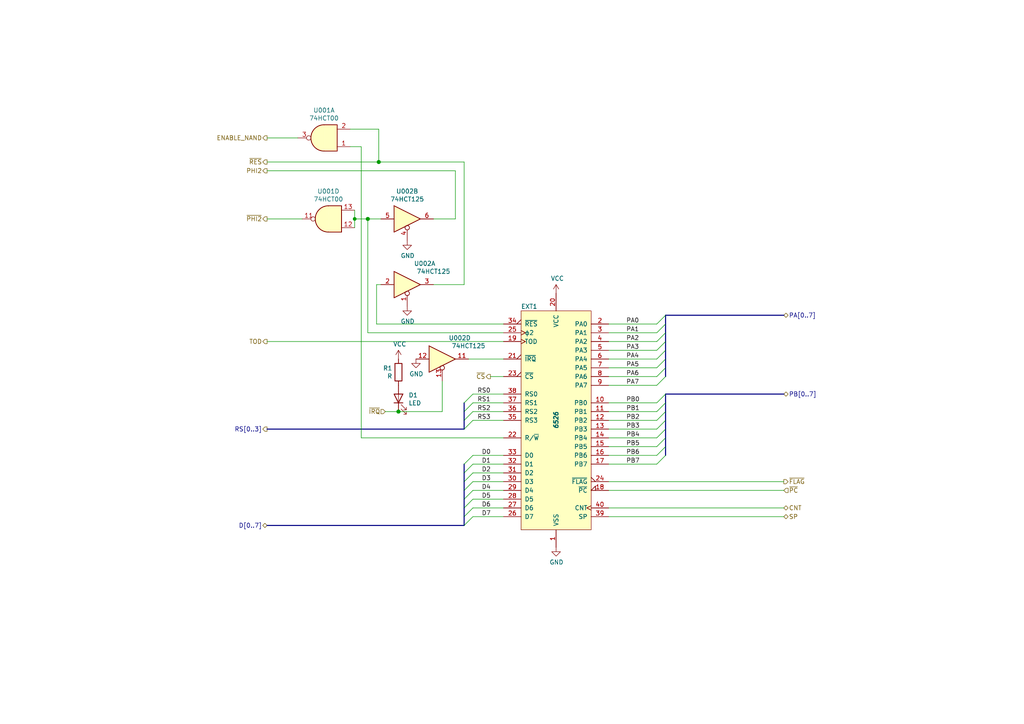
<source format=kicad_sch>
(kicad_sch (version 20211123) (generator eeschema)
  (paper "A4")
  (title_block (title "74HCT6526 Board 0") (date "2021-01-03") (rev "0.3") (company "Daniel Molina") (comment 1 "https://github.com/dmolinagarcia/74HCT6526"))
  (lib_symbols
    (symbol "65xx:6526" (pin_names (offset 1.016))
      (property "Reference" "U" (at -10.16 33.02 0))
      (property "Value" "6526" (at 0 0 90))
      (symbol "6526_0_1"
        (rectangle (start -10.16 31.75) (end 10.16 -31.75) (fill (type background)))
      )
      (symbol "6526_1_1"
        (pin power_out line (at 0 -36.83 90) (length 5.08) (name "VSS") (number "1"))
        (pin bidirectional line (at 15.24 5.08 180) (length 5.08) (name "PB0") (number "10"))
        (pin bidirectional line (at 15.24 2.54 180) (length 5.08) (name "PB1") (number "11"))
        (pin bidirectional line (at 15.24 0 180) (length 5.08) (name "PB2") (number "12"))
        (pin bidirectional line (at 15.24 -2.54 180) (length 5.08) (name "PB3") (number "13"))
        (pin bidirectional line (at 15.24 -5.08 180) (length 5.08) (name "PB4") (number "14"))
        (pin bidirectional line (at 15.24 -7.62 180) (length 5.08) (name "PB5") (number "15"))
        (pin bidirectional line (at 15.24 -10.16 180) (length 5.08) (name "PB6") (number "16"))
        (pin bidirectional line (at 15.24 -12.7 180) (length 5.08) (name "PB7") (number "17"))
        (pin input input_low (at 15.24 -20.32 180) (length 5.08) (name "~{PC}") (number "18"))
        (pin output clock (at -15.24 22.86 0) (length 5.08) (name "TOD") (number "19"))
        (pin bidirectional line (at 15.24 27.94 180) (length 5.08) (name "PA0") (number "2"))
        (pin power_out line (at 0 36.83 270) (length 5.08) (name "VCC") (number "20"))
        (pin open_collector output_low (at -15.24 17.78 0) (length 5.08) (name "~{IRQ}") (number "21"))
        (pin output line (at -15.24 -5.08 0) (length 5.08) (name "R/~{W}") (number "22"))
        (pin output output_low (at -15.24 12.7 0) (length 5.08) (name "~{CS}") (number "23"))
        (pin output output_low (at 15.24 -17.78 180) (length 5.08) (name "~{FLAG}") (number "24"))
        (pin output clock (at -15.24 25.4 0) (length 5.08) (name "ϕ2") (number "25"))
        (pin bidirectional line (at -15.24 -27.94 0) (length 5.08) (name "D7") (number "26"))
        (pin bidirectional line (at -15.24 -25.4 0) (length 5.08) (name "D6") (number "27"))
        (pin bidirectional line (at -15.24 -22.86 0) (length 5.08) (name "D5") (number "28"))
        (pin bidirectional line (at -15.24 -20.32 0) (length 5.08) (name "D4") (number "29"))
        (pin bidirectional line (at 15.24 25.4 180) (length 5.08) (name "PA1") (number "3"))
        (pin bidirectional line (at -15.24 -17.78 0) (length 5.08) (name "D3") (number "30"))
        (pin bidirectional line (at -15.24 -15.24 0) (length 5.08) (name "D2") (number "31"))
        (pin bidirectional line (at -15.24 -12.7 0) (length 5.08) (name "D1") (number "32"))
        (pin bidirectional line (at -15.24 -10.16 0) (length 5.08) (name "D0") (number "33"))
        (pin output output_low (at -15.24 27.94 0) (length 5.08) (name "~{RES}") (number "34"))
        (pin output line (at -15.24 0 0) (length 5.08) (name "RS3") (number "35"))
        (pin output line (at -15.24 2.54 0) (length 5.08) (name "RS2") (number "36"))
        (pin output line (at -15.24 5.08 0) (length 5.08) (name "RS1") (number "37"))
        (pin output line (at -15.24 7.62 0) (length 5.08) (name "RS0") (number "38"))
        (pin bidirectional line (at 15.24 -27.94 180) (length 5.08) (name "SP") (number "39"))
        (pin bidirectional line (at 15.24 22.86 180) (length 5.08) (name "PA2") (number "4"))
        (pin bidirectional clock (at 15.24 -25.4 180) (length 5.08) (name "CNT") (number "40"))
        (pin bidirectional line (at 15.24 20.32 180) (length 5.08) (name "PA3") (number "5"))
        (pin bidirectional line (at 15.24 17.78 180) (length 5.08) (name "PA4") (number "6"))
        (pin bidirectional line (at 15.24 15.24 180) (length 5.08) (name "PA5") (number "7"))
        (pin bidirectional line (at 15.24 12.7 180) (length 5.08) (name "PA6") (number "8"))
        (pin bidirectional line (at 15.24 10.16 180) (length 5.08) (name "PA7") (number "9"))
      )
    )
    (symbol "74xx:74HCT00" (pin_names (offset 1.016))
      (property "Reference" "U" (at 0 1.27 0))
      (property "Value" "74HCT00" (at 0 -1.27 0))
      (symbol "74HCT00_1_1"
        (arc (start 0 -3.81) (mid 3.81 0) (end 0 3.81) (stroke (width 0.254)) (fill (type background)))
        (polyline (pts (xy 0 3.81) (xy -3.81 3.81) (xy -3.81 -3.81) (xy 0 -3.81)) (stroke (width 0.254)) (fill (type background)))
        (pin input line (at -7.62 2.54 0) (length 3.81) (name "~") (number "1"))
        (pin input line (at -7.62 -2.54 0) (length 3.81) (name "~") (number "2"))
        (pin output inverted (at 7.62 0 180) (length 3.81) (name "~") (number "3"))
      )
      (symbol "74HCT00_1_2"
        (arc (start -3.81 -3.81) (mid -2.589 0) (end -3.81 3.81) (stroke (width 0.254)))
        (arc (start -0.6096 -3.81) (mid 2.1855 -2.584) (end 3.81 0) (stroke (width 0.254)) (fill (type background)))
        (polyline (pts (xy -3.81 -3.81) (xy -0.635 -3.81)) (stroke (width 0.254)) (fill (type background)))
        (polyline (pts (xy -3.81 3.81) (xy -0.635 3.81)) (stroke (width 0.254)) (fill (type background)))
        (polyline (pts (xy -0.635 3.81) (xy -3.81 3.81) (xy -3.81 3.81) (xy -3.556 3.4036) (xy -3.0226 2.2606) (xy -2.6924 1.0414) (xy -2.6162 -0.254) (xy -2.7686 -1.4986) (xy -3.175 -2.7178) (xy -3.81 -3.81) (xy -3.81 -3.81) (xy -0.635 -3.81)) (stroke (width -25.4)) (fill (type background)))
        (arc (start 3.81 0) (mid 2.1928 2.5925) (end -0.6096 3.81) (stroke (width 0.254)) (fill (type background)))
        (pin input inverted (at -7.62 2.54 0) (length 4.318) (name "~") (number "1"))
        (pin input inverted (at -7.62 -2.54 0) (length 4.318) (name "~") (number "2"))
        (pin output line (at 7.62 0 180) (length 3.81) (name "~") (number "3"))
      )
      (symbol "74HCT00_2_1"
        (arc (start 0 -3.81) (mid 3.81 0) (end 0 3.81) (stroke (width 0.254)) (fill (type background)))
        (polyline (pts (xy 0 3.81) (xy -3.81 3.81) (xy -3.81 -3.81) (xy 0 -3.81)) (stroke (width 0.254)) (fill (type background)))
        (pin input line (at -7.62 2.54 0) (length 3.81) (name "~") (number "4"))
        (pin input line (at -7.62 -2.54 0) (length 3.81) (name "~") (number "5"))
        (pin output inverted (at 7.62 0 180) (length 3.81) (name "~") (number "6"))
      )
      (symbol "74HCT00_2_2"
        (arc (start -3.81 -3.81) (mid -2.589 0) (end -3.81 3.81) (stroke (width 0.254)))
        (arc (start -0.6096 -3.81) (mid 2.1855 -2.584) (end 3.81 0) (stroke (width 0.254)) (fill (type background)))
        (polyline (pts (xy -3.81 -3.81) (xy -0.635 -3.81)) (stroke (width 0.254)) (fill (type background)))
        (polyline (pts (xy -3.81 3.81) (xy -0.635 3.81)) (stroke (width 0.254)) (fill (type background)))
        (polyline (pts (xy -0.635 3.81) (xy -3.81 3.81) (xy -3.81 3.81) (xy -3.556 3.4036) (xy -3.0226 2.2606) (xy -2.6924 1.0414) (xy -2.6162 -0.254) (xy -2.7686 -1.4986) (xy -3.175 -2.7178) (xy -3.81 -3.81) (xy -3.81 -3.81) (xy -0.635 -3.81)) (stroke (width -25.4)) (fill (type background)))
        (arc (start 3.81 0) (mid 2.1928 2.5925) (end -0.6096 3.81) (stroke (width 0.254)) (fill (type background)))
        (pin input inverted (at -7.62 2.54 0) (length 4.318) (name "~") (number "4"))
        (pin input inverted (at -7.62 -2.54 0) (length 4.318) (name "~") (number "5"))
        (pin output line (at 7.62 0 180) (length 3.81) (name "~") (number "6"))
      )
      (symbol "74HCT00_3_1"
        (arc (start 0 -3.81) (mid 3.81 0) (end 0 3.81) (stroke (width 0.254)) (fill (type background)))
        (polyline (pts (xy 0 3.81) (xy -3.81 3.81) (xy -3.81 -3.81) (xy 0 -3.81)) (stroke (width 0.254)) (fill (type background)))
        (pin input line (at -7.62 -2.54 0) (length 3.81) (name "~") (number "10"))
        (pin output inverted (at 7.62 0 180) (length 3.81) (name "~") (number "8"))
        (pin input line (at -7.62 2.54 0) (length 3.81) (name "~") (number "9"))
      )
      (symbol "74HCT00_3_2"
        (arc (start -3.81 -3.81) (mid -2.589 0) (end -3.81 3.81) (stroke (width 0.254)))
        (arc (start -0.6096 -3.81) (mid 2.1855 -2.584) (end 3.81 0) (stroke (width 0.254)) (fill (type background)))
        (polyline (pts (xy -3.81 -3.81) (xy -0.635 -3.81)) (stroke (width 0.254)) (fill (type background)))
        (polyline (pts (xy -3.81 3.81) (xy -0.635 3.81)) (stroke (width 0.254)) (fill (type background)))
        (polyline (pts (xy -0.635 3.81) (xy -3.81 3.81) (xy -3.81 3.81) (xy -3.556 3.4036) (xy -3.0226 2.2606) (xy -2.6924 1.0414) (xy -2.6162 -0.254) (xy -2.7686 -1.4986) (xy -3.175 -2.7178) (xy -3.81 -3.81) (xy -3.81 -3.81) (xy -0.635 -3.81)) (stroke (width -25.4)) (fill (type background)))
        (arc (start 3.81 0) (mid 2.1928 2.5925) (end -0.6096 3.81) (stroke (width 0.254)) (fill (type background)))
        (pin input inverted (at -7.62 -2.54 0) (length 4.318) (name "~") (number "10"))
        (pin output line (at 7.62 0 180) (length 3.81) (name "~") (number "8"))
        (pin input inverted (at -7.62 2.54 0) (length 4.318) (name "~") (number "9"))
      )
      (symbol "74HCT00_4_1"
        (arc (start 0 -3.81) (mid 3.81 0) (end 0 3.81) (stroke (width 0.254)) (fill (type background)))
        (polyline (pts (xy 0 3.81) (xy -3.81 3.81) (xy -3.81 -3.81) (xy 0 -3.81)) (stroke (width 0.254)) (fill (type background)))
        (pin output inverted (at 7.62 0 180) (length 3.81) (name "~") (number "11"))
        (pin input line (at -7.62 2.54 0) (length 3.81) (name "~") (number "12"))
        (pin input line (at -7.62 -2.54 0) (length 3.81) (name "~") (number "13"))
      )
      (symbol "74HCT00_4_2"
        (arc (start -3.81 -3.81) (mid -2.589 0) (end -3.81 3.81) (stroke (width 0.254)))
        (arc (start -0.6096 -3.81) (mid 2.1855 -2.584) (end 3.81 0) (stroke (width 0.254)) (fill (type background)))
        (polyline (pts (xy -3.81 -3.81) (xy -0.635 -3.81)) (stroke (width 0.254)) (fill (type background)))
        (polyline (pts (xy -3.81 3.81) (xy -0.635 3.81)) (stroke (width 0.254)) (fill (type background)))
        (polyline (pts (xy -0.635 3.81) (xy -3.81 3.81) (xy -3.81 3.81) (xy -3.556 3.4036) (xy -3.0226 2.2606) (xy -2.6924 1.0414) (xy -2.6162 -0.254) (xy -2.7686 -1.4986) (xy -3.175 -2.7178) (xy -3.81 -3.81) (xy -3.81 -3.81) (xy -0.635 -3.81)) (stroke (width -25.4)) (fill (type background)))
        (arc (start 3.81 0) (mid 2.1928 2.5925) (end -0.6096 3.81) (stroke (width 0.254)) (fill (type background)))
        (pin output line (at 7.62 0 180) (length 3.81) (name "~") (number "11"))
        (pin input inverted (at -7.62 2.54 0) (length 4.318) (name "~") (number "12"))
        (pin input inverted (at -7.62 -2.54 0) (length 4.318) (name "~") (number "13"))
      )
      (symbol "74HCT00_5_0"
        (pin power_in line (at 0 12.7 270) (length 5.08) (name "VCC") (number "14"))
        (pin power_in line (at 0 -12.7 90) (length 5.08) (name "GND") (number "7"))
      )
      (symbol "74HCT00_5_1"
        (rectangle (start -5.08 7.62) (end 5.08 -7.62) (stroke (width 0.254)) (fill (type background)))
      )
    )
    (symbol "74xx:74LS125" (pin_names (offset 1.016))
      (property "Reference" "U" (at 0 1.27 0))
      (property "Value" "74LS125" (at 0 -1.27 0))
      (symbol "74LS125_1_0"
        (polyline (pts (xy -3.81 3.81) (xy -3.81 -3.81) (xy 3.81 0) (xy -3.81 3.81)) (stroke (width 0.254)) (fill (type background)))
        (pin input inverted (at 0 -6.35 90) (length 4.445) (name "~") (number "1"))
        (pin input line (at -7.62 0 0) (length 3.81) (name "~") (number "2"))
        (pin tri_state line (at 7.62 0 180) (length 3.81) (name "~") (number "3"))
      )
      (symbol "74LS125_2_0"
        (polyline (pts (xy -3.81 3.81) (xy -3.81 -3.81) (xy 3.81 0) (xy -3.81 3.81)) (stroke (width 0.254)) (fill (type background)))
        (pin input inverted (at 0 -6.35 90) (length 4.445) (name "~") (number "4"))
        (pin input line (at -7.62 0 0) (length 3.81) (name "~") (number "5"))
        (pin tri_state line (at 7.62 0 180) (length 3.81) (name "~") (number "6"))
      )
      (symbol "74LS125_3_0"
        (polyline (pts (xy -3.81 3.81) (xy -3.81 -3.81) (xy 3.81 0) (xy -3.81 3.81)) (stroke (width 0.254)) (fill (type background)))
        (pin input inverted (at 0 -6.35 90) (length 4.445) (name "~") (number "10"))
        (pin tri_state line (at 7.62 0 180) (length 3.81) (name "~") (number "8"))
        (pin input line (at -7.62 0 0) (length 3.81) (name "~") (number "9"))
      )
      (symbol "74LS125_4_0"
        (polyline (pts (xy -3.81 3.81) (xy -3.81 -3.81) (xy 3.81 0) (xy -3.81 3.81)) (stroke (width 0.254)) (fill (type background)))
        (pin tri_state line (at 7.62 0 180) (length 3.81) (name "~") (number "11"))
        (pin input line (at -7.62 0 0) (length 3.81) (name "~") (number "12"))
        (pin input inverted (at 0 -6.35 90) (length 4.445) (name "~") (number "13"))
      )
      (symbol "74LS125_5_0"
        (pin power_in line (at 0 12.7 270) (length 5.08) (name "VCC") (number "14"))
        (pin power_in line (at 0 -12.7 90) (length 5.08) (name "GND") (number "7"))
      )
      (symbol "74LS125_5_1"
        (rectangle (start -5.08 7.62) (end 5.08 -7.62) (stroke (width 0.254)) (fill (type background)))
      )
    )
    (symbol "Device:LED" (pin_numbers hide) (pin_names (offset 1.016) hide)
      (property "Reference" "D" (at 0 2.54 0))
      (property "Value" "LED" (at 0 -2.54 0))
      (symbol "LED_0_1"
        (polyline (pts (xy -1.27 -1.27) (xy -1.27 1.27)) (stroke (width 0.254)))
        (polyline (pts (xy -1.27 0) (xy 1.27 0)))
        (polyline (pts (xy 1.27 -1.27) (xy 1.27 1.27) (xy -1.27 0) (xy 1.27 -1.27)) (stroke (width 0.254)))
        (polyline (pts (xy -3.048 -0.762) (xy -4.572 -2.286) (xy -3.81 -2.286) (xy -4.572 -2.286) (xy -4.572 -1.524)))
        (polyline (pts (xy -1.778 -0.762) (xy -3.302 -2.286) (xy -2.54 -2.286) (xy -3.302 -2.286) (xy -3.302 -1.524)))
      )
      (symbol "LED_1_1"
        (pin passive line (at -3.81 0 0) (length 2.54) (name "K") (number "1"))
        (pin passive line (at 3.81 0 180) (length 2.54) (name "A") (number "2"))
      )
    )
    (symbol "Device:R" (pin_numbers hide) (pin_names (offset 0))
      (property "Reference" "R" (at 2.032 0 90))
      (property "Value" "R" (at 0 0 90))
      (symbol "R_0_1"
        (rectangle (start -1.016 -2.54) (end 1.016 2.54) (stroke (width 0.254)))
      )
      (symbol "R_1_1"
        (pin passive line (at 0 3.81 270) (length 1.27) (name "~") (number "1"))
        (pin passive line (at 0 -3.81 90) (length 1.27) (name "~") (number "2"))
      )
    )
    (symbol "power:GND" (power) (pin_names (offset 0))
      (property "Value" "GND" (at 0 -3.81 0))
      (symbol "GND_0_1"
        (polyline (pts (xy 0 0) (xy 0 -1.27) (xy 1.27 -1.27) (xy 0 -2.54) (xy -1.27 -1.27) (xy 0 -1.27)))
      )
      (symbol "GND_1_1"
        (pin power_in line (at 0 0 270) (length 0) hide (name "GND") (number "1"))
      )
    )
    (symbol "power:VCC" (power) (pin_names (offset 0))
      (property "Value" "VCC" (at 0 3.81 0))
      (symbol "VCC_0_1"
        (polyline (pts (xy -0.762 1.27) (xy 0 2.54)))
        (polyline (pts (xy 0 0) (xy 0 2.54)))
        (polyline (pts (xy 0 2.54) (xy 0.762 1.27)))
      )
      (symbol "VCC_1_1"
        (pin power_in line (at 0 0 90) (length 0) hide (name "VCC") (number "1"))
      )
    )
  )
  (junction (at 109.855 46.99) (diameter 1.016))
  (junction (at 106.68 63.5) (diameter 1.016))
  (junction (at 115.57 119.38) (diameter 1.016))
  (junction (at 102.87 63.5) (diameter 0.914))
  (bus_entry (at 134.62 121.92) (size 2.54 -2.54) (stroke (width 0.1524)))
  (bus_entry (at 134.62 137.16) (size 2.54 -2.54) (stroke (width 0.1524)))
  (bus_entry (at 134.62 124.46) (size 2.54 -2.54) (stroke (width 0.1524)))
  (bus_entry (at 193.04 121.92) (size -2.54 2.54) (stroke (width 0.1524)))
  (bus_entry (at 134.62 152.4) (size 2.54 -2.54) (stroke (width 0.1524)))
  (bus_entry (at 193.04 99.06) (size -2.54 2.54) (stroke (width 0.1524)))
  (bus_entry (at 134.62 142.24) (size 2.54 -2.54) (stroke (width 0.1524)))
  (bus_entry (at 193.04 101.6) (size -2.54 2.54) (stroke (width 0.1524)))
  (bus_entry (at 193.04 132.08) (size -2.54 2.54) (stroke (width 0.1524)))
  (bus_entry (at 193.04 96.52) (size -2.54 2.54) (stroke (width 0.1524)))
  (bus_entry (at 193.04 104.14) (size -2.54 2.54) (stroke (width 0.1524)))
  (bus_entry (at 193.04 106.68) (size -2.54 2.54) (stroke (width 0.1524)))
  (bus_entry (at 134.62 116.84) (size 2.54 -2.54) (stroke (width 0.1524)))
  (bus_entry (at 193.04 119.38) (size -2.54 2.54) (stroke (width 0.1524)))
  (bus_entry (at 193.04 116.84) (size -2.54 2.54) (stroke (width 0.1524)))
  (bus_entry (at 134.62 147.32) (size 2.54 -2.54) (stroke (width 0.1524)))
  (bus_entry (at 193.04 124.46) (size -2.54 2.54) (stroke (width 0.1524)))
  (bus_entry (at 134.62 149.86) (size 2.54 -2.54) (stroke (width 0.1524)))
  (bus_entry (at 193.04 93.98) (size -2.54 2.54) (stroke (width 0.1524)))
  (bus_entry (at 134.62 119.38) (size 2.54 -2.54) (stroke (width 0.1524)))
  (bus_entry (at 134.62 139.7) (size 2.54 -2.54) (stroke (width 0.1524)))
  (bus_entry (at 134.62 144.78) (size 2.54 -2.54) (stroke (width 0.1524)))
  (bus_entry (at 134.62 134.62) (size 2.54 -2.54) (stroke (width 0.1524)))
  (bus_entry (at 193.04 127) (size -2.54 2.54) (stroke (width 0.1524)))
  (bus_entry (at 193.04 114.3) (size -2.54 2.54) (stroke (width 0.1524)))
  (bus_entry (at 193.04 91.44) (size -2.54 2.54) (stroke (width 0.1524)))
  (bus_entry (at 193.04 129.54) (size -2.54 2.54) (stroke (width 0.1524)))
  (bus_entry (at 193.04 109.22) (size -2.54 2.54) (stroke (width 0.1524)))
  (wire (pts (xy 137.16 147.32) (xy 146.05 147.32)))
  (wire (pts (xy 102.87 60.96) (xy 102.87 63.5)))
  (wire (pts (xy 104.775 127) (xy 146.05 127)))
  (bus (pts (xy 193.04 129.54) (xy 193.04 132.08)))
  (wire (pts (xy 176.53 142.24) (xy 227.33 142.24)))
  (wire (pts (xy 176.53 116.84) (xy 190.5 116.84)))
  (bus (pts (xy 134.62 147.32) (xy 134.62 149.86)))
  (bus (pts (xy 193.04 104.14) (xy 193.04 101.6)))
  (bus (pts (xy 134.62 137.16) (xy 134.62 139.7)))
  (wire (pts (xy 176.53 111.76) (xy 190.5 111.76)))
  (wire (pts (xy 125.73 63.5) (xy 132.08 63.5)))
  (wire (pts (xy 109.22 82.55) (xy 110.49 82.55)))
  (bus (pts (xy 193.04 101.6) (xy 193.04 99.06)))
  (bus (pts (xy 193.04 124.46) (xy 193.04 127)))
  (wire (pts (xy 137.16 149.86) (xy 146.05 149.86)))
  (bus (pts (xy 134.62 121.92) (xy 134.62 124.46)))
  (bus (pts (xy 77.47 152.4) (xy 134.62 152.4)))
  (wire (pts (xy 106.68 63.5) (xy 110.49 63.5)))
  (bus (pts (xy 193.04 127) (xy 193.04 129.54)))
  (wire (pts (xy 176.53 147.32) (xy 227.33 147.32)))
  (wire (pts (xy 102.87 63.5) (xy 106.68 63.5)))
  (wire (pts (xy 115.57 119.38) (xy 128.27 119.38)))
  (wire (pts (xy 176.53 132.08) (xy 190.5 132.08)))
  (wire (pts (xy 176.53 149.86) (xy 227.33 149.86)))
  (bus (pts (xy 134.62 149.86) (xy 134.62 152.4)))
  (wire (pts (xy 176.53 127) (xy 190.5 127)))
  (wire (pts (xy 176.53 106.68) (xy 190.5 106.68)))
  (wire (pts (xy 125.73 82.55) (xy 134.62 82.55)))
  (wire (pts (xy 109.22 93.98) (xy 109.22 82.55)))
  (wire (pts (xy 176.53 109.22) (xy 190.5 109.22)))
  (bus (pts (xy 193.04 93.98) (xy 193.04 91.44)))
  (bus (pts (xy 193.04 116.84) (xy 193.04 119.38)))
  (bus (pts (xy 134.62 142.24) (xy 134.62 144.78)))
  (bus (pts (xy 134.62 139.7) (xy 134.62 142.24)))
  (wire (pts (xy 137.16 144.78) (xy 146.05 144.78)))
  (wire (pts (xy 176.53 104.14) (xy 190.5 104.14)))
  (bus (pts (xy 134.62 134.62) (xy 134.62 137.16)))
  (wire (pts (xy 111.76 119.38) (xy 115.57 119.38)))
  (wire (pts (xy 137.16 121.92) (xy 146.05 121.92)))
  (wire (pts (xy 77.47 63.5) (xy 87.63 63.5)))
  (wire (pts (xy 101.6 37.465) (xy 109.855 37.465)))
  (wire (pts (xy 128.27 119.38) (xy 128.27 110.49)))
  (wire (pts (xy 77.47 99.06) (xy 146.05 99.06)))
  (wire (pts (xy 176.53 99.06) (xy 190.5 99.06)))
  (wire (pts (xy 176.53 101.6) (xy 190.5 101.6)))
  (wire (pts (xy 176.53 139.7) (xy 227.33 139.7)))
  (wire (pts (xy 137.16 132.08) (xy 146.05 132.08)))
  (bus (pts (xy 193.04 109.22) (xy 193.04 106.68)))
  (bus (pts (xy 193.04 114.3) (xy 193.04 116.84)))
  (wire (pts (xy 176.53 124.46) (xy 190.5 124.46)))
  (bus (pts (xy 193.04 96.52) (xy 193.04 93.98)))
  (wire (pts (xy 104.775 42.545) (xy 104.775 127)))
  (wire (pts (xy 176.53 121.92) (xy 190.5 121.92)))
  (wire (pts (xy 137.16 114.3) (xy 146.05 114.3)))
  (wire (pts (xy 132.08 63.5) (xy 132.08 49.53)))
  (wire (pts (xy 142.24 109.22) (xy 146.05 109.22)))
  (bus (pts (xy 193.04 99.06) (xy 193.04 96.52)))
  (bus (pts (xy 193.04 114.3) (xy 227.33 114.3)))
  (wire (pts (xy 137.16 137.16) (xy 146.05 137.16)))
  (wire (pts (xy 109.855 46.99) (xy 134.62 46.99)))
  (bus (pts (xy 193.04 91.44) (xy 227.33 91.44)))
  (wire (pts (xy 176.53 134.62) (xy 190.5 134.62)))
  (wire (pts (xy 137.16 139.7) (xy 146.05 139.7)))
  (bus (pts (xy 134.62 119.38) (xy 134.62 121.92)))
  (wire (pts (xy 137.16 119.38) (xy 146.05 119.38)))
  (bus (pts (xy 77.47 124.46) (xy 134.62 124.46)))
  (wire (pts (xy 77.47 49.53) (xy 132.08 49.53)))
  (wire (pts (xy 134.62 82.55) (xy 134.62 46.99)))
  (wire (pts (xy 109.855 37.465) (xy 109.855 46.99)))
  (wire (pts (xy 176.53 96.52) (xy 190.5 96.52)))
  (wire (pts (xy 77.47 40.005) (xy 86.36 40.005)))
  (wire (pts (xy 176.53 129.54) (xy 190.5 129.54)))
  (wire (pts (xy 137.16 142.24) (xy 146.05 142.24)))
  (wire (pts (xy 77.47 46.99) (xy 109.855 46.99)))
  (wire (pts (xy 137.16 116.84) (xy 146.05 116.84)))
  (wire (pts (xy 146.05 96.52) (xy 106.68 96.52)))
  (bus (pts (xy 193.04 119.38) (xy 193.04 121.92)))
  (wire (pts (xy 137.16 134.62) (xy 146.05 134.62)))
  (wire (pts (xy 106.68 96.52) (xy 106.68 63.5)))
  (wire (pts (xy 101.6 42.545) (xy 104.775 42.545)))
  (wire (pts (xy 176.53 119.38) (xy 190.5 119.38)))
  (wire (pts (xy 135.89 104.14) (xy 146.05 104.14)))
  (bus (pts (xy 134.62 116.84) (xy 134.62 119.38)))
  (bus (pts (xy 193.04 121.92) (xy 193.04 124.46)))
  (wire (pts (xy 146.05 93.98) (xy 109.22 93.98)))
  (bus (pts (xy 134.62 144.78) (xy 134.62 147.32)))
  (wire (pts (xy 176.53 93.98) (xy 190.5 93.98)))
  (bus (pts (xy 193.04 106.68) (xy 193.04 104.14)))
  (wire (pts (xy 102.87 63.5) (xy 102.87 66.04)))
  (label "PB3" (at 181.61 124.46 0))
  (label "RS2" (at 138.43 119.38 0))
  (label "PB0" (at 181.61 116.84 0))
  (label "D1" (at 139.7 134.62 0))
  (label "D7" (at 139.7 149.86 0))
  (label "PA3" (at 181.61 101.6 0))
  (label "PB4" (at 181.61 127 0))
  (label "D4" (at 139.7 142.24 0))
  (label "PA4" (at 181.61 104.14 0))
  (label "D0" (at 139.7 132.08 0))
  (label "D3" (at 139.7 139.7 0))
  (label "PB7" (at 181.61 134.62 0))
  (label "RS1" (at 138.43 116.84 0))
  (label "D2" (at 139.7 137.16 0))
  (label "PA0" (at 181.61 93.98 0))
  (label "D6" (at 139.7 147.32 0))
  (label "PA7" (at 181.61 111.76 0))
  (label "PB5" (at 181.61 129.54 0))
  (label "PA5" (at 181.61 106.68 0))
  (label "PA2" (at 181.61 99.06 0))
  (label "PB2" (at 181.61 121.92 0))
  (label "RS0" (at 138.43 114.3 0))
  (label "RS3" (at 138.43 121.92 0))
  (label "PB6" (at 181.61 132.08 0))
  (label "D5" (at 139.7 144.78 0))
  (label "PA6" (at 181.61 109.22 0))
  (label "PA1" (at 181.61 96.52 0))
  (label "PB1" (at 181.61 119.38 0))
  (hierarchical_label "~{FLAG}" (shape output) (at 227.33 139.7 0))
  (hierarchical_label "PHI2" (shape output) (at 77.47 49.53 180))
  (hierarchical_label "~{CS}" (shape output) (at 142.24 109.22 180))
  (hierarchical_label "SP" (shape bidirectional) (at 227.33 149.86 0))
  (hierarchical_label "~{IRQ}" (shape input) (at 111.76 119.38 180))
  (hierarchical_label "D[0..7]" (shape bidirectional) (at 77.47 152.4 180))
  (hierarchical_label "TOD" (shape output) (at 77.47 99.06 180))
  (hierarchical_label "~{RES}" (shape output) (at 77.47 46.99 180))
  (hierarchical_label "RS[0..3]" (shape output) (at 77.47 124.46 180))
  (hierarchical_label "~{PHI2}" (shape output) (at 77.47 63.5 180))
  (hierarchical_label "~{PC}" (shape input) (at 227.33 142.24 0))
  (hierarchical_label "CNT" (shape bidirectional) (at 227.33 147.32 0))
  (hierarchical_label "PA[0..7]" (shape bidirectional) (at 227.33 91.44 0))
  (hierarchical_label "ENABLE_NAND" (shape output) (at 77.47 40.005 180))
  (hierarchical_label "PB[0..7]" (shape bidirectional) (at 227.33 114.3 0))
  (symbol (lib_id "74xx:74LS125") (at 128.27 104.14 0) (unit 4)
    (property "Reference" "U002" (at 133.35 98.0248 0))
    (property "Value" "74HCT125" (at 135.89 100.3235 0))
    (property "Footprint" "74hct6526.footprints:SO-14" (effects hide))
    (property "Datasheet" "http://www.ti.com/lit/gpn/sn74LS125" (effects hide))
  )
  (symbol (lib_id "power:GND") (at 120.65 104.14 0) (unit 1)
    (property "Reference" "#PWR0113" (effects hide))
    (property "Value" "GND" (at 120.7643 108.4644 0))
  )
  (symbol (lib_id "74xx:74HCT00") (at 93.98 40.005 180) (unit 1)
    (property "Reference" "U001" (at 93.98 31.9848 0))
    (property "Value" "74HCT00" (at 93.98 34.2835 0))
    (property "Footprint" "74hct6526.footprints:SO-14" (effects hide))
    (property "Datasheet" "http://www.ti.com/lit/gpn/sn74hct00" (effects hide))
  )
  (symbol (lib_id "power:VCC") (at 115.57 104.14 0) (unit 1)
    (property "Reference" "#PWR0114" (effects hide))
    (property "Value" "VCC" (at 115.9383 99.8156 0))
  )
  (symbol (lib_id "power:GND") (at 161.29 158.75 0) (unit 1)
    (property "Reference" "#PWR028" (effects hide))
    (property "Value" "GND" (at 161.4043 163.0744 0))
  )
  (symbol (lib_id "power:GND") (at 118.11 69.85 0) (unit 1)
    (property "Reference" "#PWR025" (effects hide))
    (property "Value" "GND" (at 118.2243 74.1744 0))
  )
  (symbol (lib_id "65xx:6526") (at 161.29 121.92 0) (unit 1)
    (property "Reference" "EXT1" (at 151.13 88.9 0) (effects (justify left)))
    (property "Value" "6526" (at 161.29 121.92 90) (effects (font bold italic)))
    (property "Footprint" "74hct6526.footprints:IC Interface 2x20" (effects hide))
  )
  (symbol (lib_id "power:VCC") (at 161.29 85.09 0) (unit 1)
    (property "Reference" "#PWR027" (effects hide))
    (property "Value" "VCC" (at 161.6583 80.7656 0))
  )
  (symbol (lib_id "74xx:74HCT00") (at 95.25 63.5 180) (unit 4)
    (property "Reference" "U001" (at 95.25 55.4798 0))
    (property "Value" "74HCT00" (at 95.25 57.7785 0))
    (property "Footprint" "74hct6526.footprints:SO-14" (effects hide))
    (property "Datasheet" "http://www.ti.com/lit/gpn/sn74hct00" (effects hide))
  )
  (symbol (lib_id "power:GND") (at 118.11 88.9 0) (unit 1)
    (property "Reference" "#PWR026" (effects hide))
    (property "Value" "GND" (at 118.2243 93.2244 0))
  )
  (symbol (lib_id "Device:LED") (at 115.57 115.57 90) (unit 1)
    (property "Reference" "D1" (at 118.4911 114.6111 90) (effects (justify right)))
    (property "Value" "LED" (at 118.4911 116.9098 90) (effects (justify right)))
    (property "Footprint" "LED_SMD:LED_0805_2012Metric" (effects hide))
  )
  (symbol (lib_id "74xx:74LS125") (at 118.11 82.55 0) (unit 1)
    (property "Reference" "U002" (at 123.19 76.4348 0))
    (property "Value" "74HCT125" (at 125.73 78.7335 0))
    (property "Footprint" "74hct6526.footprints:SO-14" (effects hide))
    (property "Datasheet" "http://www.ti.com/lit/gpn/sn74LS125" (effects hide))
  )
  (symbol (lib_id "74xx:74LS125") (at 118.11 63.5 0) (unit 2)
    (property "Reference" "U002" (at 118.11 55.4798 0))
    (property "Value" "74HCT125" (at 118.11 57.7785 0))
    (property "Footprint" "74hct6526.footprints:SO-14" (effects hide))
    (property "Datasheet" "http://www.ti.com/lit/gpn/sn74LS125" (effects hide))
  )
  (symbol (lib_id "Device:R") (at 115.57 107.95 0) (mirror x) (unit 1)
    (property "Reference" "R1" (at 113.7919 106.8006 0) (effects (justify right)))
    (property "Value" "R" (at 113.7919 109.0993 0) (effects (justify right)))
    (property "Footprint" "Resistor_SMD:R_0805_2012Metric" (effects hide))
  )
)
</source>
